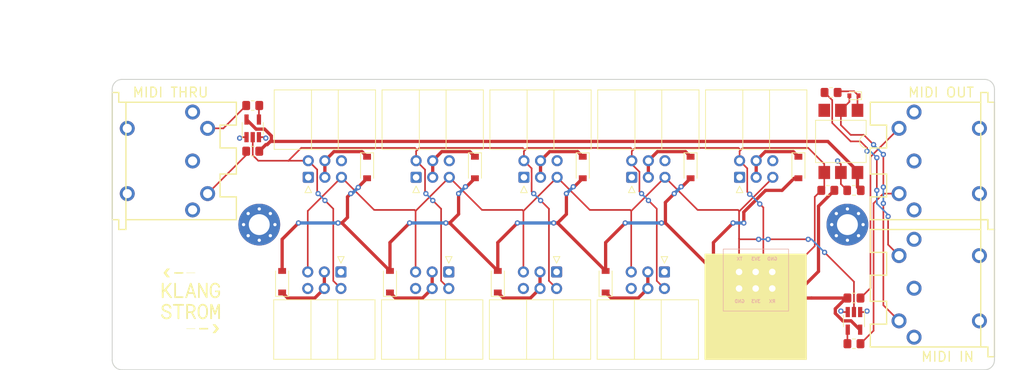
<source format=kicad_pcb>
(kicad_pcb (version 20211014) (generator pcbnew)
  (title_block (comment 4 "AISLER Project ID: MHBDHGUO"))
  (layers (0 "F.Cu" signal) (31 "B.Cu" signal) (34 "B.Paste" user) (35 "F.Paste" user) (36 "B.SilkS" user "B.Silkscreen") (37 "F.SilkS" user "F.Silkscreen") (38 "B.Mask" user) (39 "F.Mask" user) (44 "Edge.Cuts" user))
  (net 0 "")
  (net 1 "+3V3")
  (net 2 "GND")
  (net 3 "Net-(D1-Pad1)")
  (net 4 "Net-(D1-Pad2)")
  (net 5 "/UART_RX")
  (net 6 "/UART_TX")
  (net 7 "/PWR")
  (net 8 "Net-(D3-Pad1)")
  (net 9 "Net-(D4-Pad1)")
  (net 10 "Net-(D5-Pad1)")
  (net 17 "Net-(D6-Pad1)")
  (net 18 "Net-(D7-Pad1)")
  (net 19 "Net-(D8-Pad1)")
  (net 20 "Net-(D9-Pad1)")
  (net 21 "Net-(D10-Pad1)")
  (net 26 "Net-(D2-Pad1)")
  (net 27 "Net-(J1-Pad4)")
  (net 28 "Net-(J2-Pad4)")
  (net 29 "Net-(J2-Pad5)")
  (net 32 "Net-(J3-Pad4)")
  (net 33 "Net-(J3-Pad5)")
  (net 36 "unconnected-(R4-Pad2)")
  (net 37 "unconnected-(R5-Pad2)")
  (footprint "Diode_SMD:D_SOD-123" (layer "F.Cu") (at 142 109.5 90)
    (fp_text reference "D3")
    (fp_text value "Schottky")
    (pad "1" smd rect (at -1.65 0 90) (size 0.9 1.2) (layers "F.Cu" "F.Paste" "F.Mask") (net 8 "Net-(D3-Pad1)"))
    (pad "2" smd rect (at 1.65 0 90) (size 0.9 1.2) (layers "F.Cu" "F.Paste" "F.Mask") (net 7 "/PWR"))
  )
  (footprint "Connector_IDC:IDC-Header_2x03_P2.54mm_Horizontal" (layer "F.Cu") (at 167.5 108 -90)
    (fp_text reference "J5")
    (fp_text value "UART")
    (pad "1" thru_hole roundrect (at 0 0 270) (size 1.7 1.7) (drill 1) (layers *.Cu *.Mask) (roundrect_rratio 0.1470588235) (net 2 "GND"))
    (pad "2" thru_hole circle (at 2.54 0 270) (size 1.7 1.7) (drill 1) (layers *.Cu *.Mask) (net 5 "/UART_RX"))
    (pad "3" thru_hole circle (at 0 2.54 270) (size 1.7 1.7) (drill 1) (layers *.Cu *.Mask) (net 26 "Net-(D2-Pad1)"))
    (pad "4" thru_hole circle (at 2.54 2.54 270) (size 1.7 1.7) (drill 1) (layers *.Cu *.Mask) (net 26 "Net-(D2-Pad1)"))
    (pad "5" thru_hole circle (at 0 5.08 270) (size 1.7 1.7) (drill 1) (layers *.Cu *.Mask) (net 6 "/UART_TX"))
    (pad "6" thru_hole circle (at 2.54 5.08 270) (size 1.7 1.7) (drill 1) (layers *.Cu *.Mask) (net 2 "GND"))
  )
  (footprint "Diode_SMD:D_SOD-123" (layer "F.Cu") (at 171.5 92 -90)
    (fp_text reference "D7")
    (fp_text value "Schottky")
    (pad "1" smd rect (at -1.65 0 270) (size 0.9 1.2) (layers "F.Cu" "F.Paste" "F.Mask") (net 18 "Net-(D7-Pad1)"))
    (pad "2" smd rect (at 1.65 0 270) (size 0.9 1.2) (layers "F.Cu" "F.Paste" "F.Mask") (net 7 "/PWR"))
  )
  (footprint "Diode_SMD:D_SOD-123" (layer "F.Cu") (at 158.5 109.5 90)
    (fp_text reference "D2")
    (fp_text value "Schottky")
    (pad "1" smd rect (at -1.65 0 90) (size 0.9 1.2) (layers "F.Cu" "F.Paste" "F.Mask") (net 26 "Net-(D2-Pad1)"))
    (pad "2" smd rect (at 1.65 0 90) (size 0.9 1.2) (layers "F.Cu" "F.Paste" "F.Mask") (net 7 "/PWR"))
  )
  (footprint "MountingHole:MountingHole_3.2mm_M3_Pad_Via" (layer "F.Cu") (at 195.5 100.75)
    (fp_text reference "H2")
    (fp_text value "MountingHole_Pad")
    (pad "1" thru_hole circle (at -1.697056 1.697056) (size 0.8 0.8) (drill 0.5) (layers *.Cu *.Mask))
    (pad "1" thru_hole circle (at 0 0) (size 6.4 6.4) (drill 3.2) (layers *.Cu *.Mask))
    (pad "1" thru_hole circle (at 0 -2.4) (size 0.8 0.8) (drill 0.5) (layers *.Cu *.Mask))
    (pad "1" thru_hole circle (at 0 2.4) (size 0.8 0.8) (drill 0.5) (layers *.Cu *.Mask))
    (pad "1" thru_hole circle (at 1.697056 -1.697056) (size 0.8 0.8) (drill 0.5) (layers *.Cu *.Mask))
    (pad "1" thru_hole circle (at -1.697056 -1.697056) (size 0.8 0.8) (drill 0.5) (layers *.Cu *.Mask))
    (pad "1" thru_hole circle (at -2.4 0) (size 0.8 0.8) (drill 0.5) (layers *.Cu *.Mask))
    (pad "1" thru_hole circle (at 1.697056 1.697056) (size 0.8 0.8) (drill 0.5) (layers *.Cu *.Mask))
    (pad "1" thru_hole circle (at 2.4 0) (size 0.8 0.8) (drill 0.5) (layers *.Cu *.Mask))
  )
  (footprint "Resistor_SMD:R_0805_2012Metric_Pad1.20x1.40mm_HandSolder" (layer "F.Cu") (at 196.5 119 180)
    (fp_text reference "R4")
    (fp_text value "47")
    (pad "1" smd roundrect (at -1 0 180) (size 1.2 1.4) (layers "F.Cu" "F.Paste" "F.Mask") (roundrect_rratio 0.2083333333) (net 29 "Net-(J2-Pad5)"))
    (pad "2" smd roundrect (at 1 0 180) (size 1.2 1.4) (layers "F.Cu" "F.Paste" "F.Mask") (roundrect_rratio 0.2083333333) (net 36 "unconnected-(R4-Pad2)"))
  )
  (footprint "Capacitor_SMD:C_0805_2012Metric_Pad1.18x1.45mm_HandSolder" (layer "F.Cu") (at 196.5 95.5 180)
    (fp_text reference "C1")
    (fp_text value "100uF")
    (pad "1" smd roundrect (at -1.0375 0 180) (size 1.175 1.45) (layers "F.Cu" "F.Paste" "F.Mask") (roundrect_rratio 0.2127659574) (net 1 "+3V3"))
    (pad "2" smd roundrect (at 1.0375 0 180) (size 1.175 1.45) (layers "F.Cu" "F.Paste" "F.Mask") (roundrect_rratio 0.2127659574) (net 2 "GND"))
  )
  (footprint "Connector_IDC:IDC-Header_2x03_P2.54mm_Horizontal" (layer "F.Cu") (at 146 93.5 90)
    (fp_text reference "J11")
    (fp_text value "UART")
    (pad "1" thru_hole roundrect (at 0 0 90) (size 1.7 1.7) (drill 1) (layers *.Cu *.Mask) (roundrect_rratio 0.1470588235) (net 2 "GND"))
    (pad "2" thru_hole circle (at 2.54 0 90) (size 1.7 1.7) (drill 1) (layers *.Cu *.Mask) (net 5 "/UART_RX"))
    (pad "3" thru_hole circle (at 0 2.54 90) (size 1.7 1.7) (drill 1) (layers *.Cu *.Mask) (net 19 "Net-(D8-Pad1)"))
    (pad "4" thru_hole circle (at 2.54 2.54 90) (size 1.7 1.7) (drill 1) (layers *.Cu *.Mask) (net 19 "Net-(D8-Pad1)"))
    (pad "5" thru_hole circle (at 0 5.08 90) (size 1.7 1.7) (drill 1) (layers *.Cu *.Mask) (net 6 "/UART_TX"))
    (pad "6" thru_hole circle (at 2.54 5.08 90) (size 1.7 1.7) (drill 1) (layers *.Cu *.Mask) (net 2 "GND"))
  )
  (footprint "Resistor_SMD:R_0805_2012Metric_Pad1.20x1.40mm_HandSolder" (layer "F.Cu") (at 104.5 82.5)
    (fp_text reference "R5")
    (fp_text value "47")
    (pad "1" smd roundrect (at -1 0) (size 1.2 1.4) (layers "F.Cu" "F.Paste" "F.Mask") (roundrect_rratio 0.2083333333) (net 33 "Net-(J3-Pad5)"))
    (pad "2" smd roundrect (at 1 0) (size 1.2 1.4) (layers "F.Cu" "F.Paste" "F.Mask") (roundrect_rratio 0.2083333333) (net 37 "unconnected-(R5-Pad2)"))
  )
  (footprint "Resistor_SMD:R_0805_2012Metric_Pad1.20x1.40mm_HandSolder" (layer "F.Cu") (at 196.5 112)
    (fp_text reference "R1")
    (fp_text value "47")
    (pad "1" smd roundrect (at -1 0) (size 1.2 1.4) (layers "F.Cu" "F.Paste" "F.Mask") (roundrect_rratio 0.2083333333) (net 1 "+3V3"))
    (pad "2" smd roundrect (at 1 0) (size 1.2 1.4) (layers "F.Cu" "F.Paste" "F.Mask") (roundrect_rratio 0.2083333333) (net 28 "Net-(J2-Pad4)"))
  )
  (footprint "Diode_SMD:D_SOD-123" (layer "F.Cu") (at 138.5 92 -90)
    (fp_text reference "D9")
    (fp_text value "Schottky")
    (pad "1" smd rect (at -1.65 0 270) (size 0.9 1.2) (layers "F.Cu" "F.Paste" "F.Mask") (net 20 "Net-(D9-Pad1)"))
    (pad "2" smd rect (at 1.65 0 270) (size 0.9 1.2) (layers "F.Cu" "F.Paste" "F.Mask") (net 7 "/PWR"))
  )
  (footprint "DIN-5:DIN5-RA-PTH" (layer "F.Cu") (at 218 91 90)
    (fp_text reference "J2")
    (fp_text value "MIDI OUT" (at 10.5 -3) (layer "F.SilkS") (effects (font (size 1.5 1.5) (thickness 0.2)) (justify right)))
    (pad "1" thru_hole circle (at 7.5 -12.3 90) (size 2.286 2.286) (drill 1.39954) (layers *.Cu *.Mask))
    (pad "2" thru_hole circle (at 0 -12.3 90) (size 2.286 2.286) (drill 1.39954) (layers *.Cu *.Mask) (net 2 "GND"))
    (pad "3" thru_hole circle (at -7.5 -12.3 90) (size 2.286 2.286) (drill 1.39954) (layers *.Cu *.Mask))
    (pad "4" thru_hole circle (at 5 -14.6 90) (size 2.286 2.286) (drill 1.39954) (layers *.Cu *.Mask) (net 28 "Net-(J2-Pad4)"))
    (pad "5" thru_hole circle (at -5 -14.6 90) (size 2.286 2.286) (drill 1.39954) (layers *.Cu *.Mask) (net 29 "Net-(J2-Pad5)"))
    (pad "6" thru_hole circle (at -5 -2.3 90) (size 2.286 2.286) (drill 1.39954) (layers *.Cu *.Mask))
    (pad "7" thru_hole circle (at 5 -2.3 90) (size 2.286 2.286) (drill 1.39954) (layers *.Cu *.Mask))
  )
  (footprint "Resistor_SMD:R_0805_2012Metric_Pad1.20x1.40mm_HandSolder" (layer "F.Cu") (at 192.5 95.5 180)
    (fp_text reference "R6")
    (fp_text value "470")
    (pad "1" smd roundrect (at -1 0 180) (size 1.2 1.4) (layers "F.Cu" "F.Paste" "F.Mask") (roundrect_rratio 0.2083333333) (net 1 "+3V3"))
    (pad "2" smd roundrect (at 1 0 180) (size 1.2 1.4) (layers "F.Cu" "F.Paste" "F.Mask") (roundrect_rratio 0.2083333333) (net 5 "/UART_RX"))
  )
  (footprint "Diode_SMD:D_SOD-523" (layer "F.Cu") (at 196.5 81 180)
    (fp_text reference "D1")
    (fp_text value "1N914WT")
    (pad "1" smd rect (at -0.7 0) (size 0.6 0.7) (layers "F.Cu" "F.Paste" "F.Mask") (net 3 "Net-(D1-Pad1)"))
    (pad "2" smd rect (at 0.7 0) (size 0.6 0.7) (layers "F.Cu" "F.Paste" "F.Mask") (net 4 "Net-(D1-Pad2)"))
  )
  (footprint "Diode_SMD:D_SOD-123" (layer "F.Cu") (at 188 92 -90)
    (fp_text reference "D6")
    (fp_text value "Schottky")
    (pad "1" smd rect (at -1.65 0 270) (size 0.9 1.2) (layers "F.Cu" "F.Paste" "F.Mask") (net 17 "Net-(D6-Pad1)"))
    (pad "2" smd rect (at 1.65 0 270) (size 0.9 1.2) (layers "F.Cu" "F.Paste" "F.Mask") (net 7 "/PWR"))
  )
  (footprint "Connector_IDC:IDC-Header_2x03_P2.54mm_Horizontal" (layer "F.Cu") (at 151 108 -90)
    (fp_text reference "J6")
    (fp_text value "UART")
    (pad "1" thru_hole roundrect (at 0 0 270) (size 1.7 1.7) (drill 1) (layers *.Cu *.Mask) (roundrect_rratio 0.1470588235) (net 2 "GND"))
    (pad "2" thru_hole circle (at 2.54 0 270) (size 1.7 1.7) (drill 1) (layers *.Cu *.Mask) (net 5 "/UART_RX"))
    (pad "3" thru_hole circle (at 0 2.54 270) (size 1.7 1.7) (drill 1) (layers *.Cu *.Mask) (net 8 "Net-(D3-Pad1)"))
    (pad "4" thru_hole circle (at 2.54 2.54 270) (size 1.7 1.7) (drill 1) (layers *.Cu *.Mask) (net 8 "Net-(D3-Pad1)"))
    (pad "5" thru_hole circle (at 0 5.08 270) (size 1.7 1.7) (drill 1) (layers *.Cu *.Mask) (net 6 "/UART_TX"))
    (pad "6" thru_hole circle (at 2.54 5.08 270) (size 1.7 1.7) (drill 1) (layers *.Cu *.Mask) (net 2 "GND"))
  )
  (footprint "Package_DIP:SMDIP-6_W9.53mm" (layer "F.Cu") (at 194.5 88 -90)
    (fp_text reference "U1")
    (fp_text value "H11L1SR2M")
    (pad "1" smd rect (at -4.765 -2.54 270) (size 2 1.78) (layers "F.Cu" "F.Paste" "F.Mask") (net 3 "Net-(D1-Pad1)"))
    (pad "2" smd rect (at -4.765 0 270) (size 2 1.78) (layers "F.Cu" "F.Paste" "F.Mask") (net 4 "Net-(D1-Pad2)"))
    (pad "3" smd rect (at -4.765 2.54 270) (size 2 1.78) (layers "F.Cu" "F.Paste" "F.Mask"))
    (pad "4" smd rect (at 4.765 2.54 270) (size 2 1.78) (layers "F.Cu" "F.Paste" "F.Mask") (net 5 "/UART_RX"))
    (pad "5" smd rect (at 4.765 0 270) (size 2 1.78) (layers "F.Cu" "F.Paste" "F.Mask") (net 2 "GND"))
    (pad "6" smd rect (at 4.765 -2.54 270) (size 2 1.78) (layers "F.Cu" "F.Paste" "F.Mask") (net 1 "+3V3"))
  )
  (footprint "Diode_SMD:D_SOD-123" (layer "F.Cu") (at 109 109.5 90)
    (fp_text reference "D5")
    (fp_text value "Schottky")
    (pad "1" smd rect (at -1.65 0 90) (size 0.9 1.2) (layers "F.Cu" "F.Paste" "F.Mask") (net 10 "Net-(D5-Pad1)"))
    (pad "2" smd rect (at 1.65 0 90) (size 0.9 1.2) (layers "F.Cu" "F.Paste" "F.Mask") (net 7 "/PWR"))
  )
  (footprint "Connector_IDC:IDC-Header_2x03_P2.54mm_Horizontal" (layer "F.Cu") (at 118 108 -90)
    (fp_text reference "J8")
    (fp_text value "UART")
    (pad "1" thru_hole roundrect (at 0 0 270) (size 1.7 1.7) (drill 1) (layers *.Cu *.Mask) (roundrect_rratio 0.1470588235) (net 2 "GND"))
    (pad "2" thru_hole circle (at 2.54 0 270) (size 1.7 1.7) (drill 1) (layers *.Cu *.Mask) (net 5 "/UART_RX"))
    (pad "3" thru_hole circle (at 0 2.54 270) (size 1.7 1.7) (drill 1) (layers *.Cu *.Mask) (net 10 "Net-(D5-Pad1)"))
    (pad "4" thru_hole circle (at 2.54 2.54 270) (size 1.7 1.7) (drill 1) (layers *.Cu *.Mask) (net 10 "Net-(D5-Pad1)"))
    (pad "5" thru_hole circle (at 0 5.08 270) (size 1.7 1.7) (drill 1) (layers *.Cu *.Mask) (net 6 "/UART_TX"))
    (pad "6" thru_hole circle (at 2.54 5.08 270) (size 1.7 1.7) (drill 1) (layers *.Cu *.Mask) (net 2 "GND"))
  )
  (footprint "Resistor_SMD:R_0805_2012Metric_Pad1.20x1.40mm_HandSolder" (layer "F.Cu") (at 104.5 89.5 180)
    (fp_text reference "R2")
    (fp_text value "47")
    (pad "1" smd roundrect (at -1 0 180) (size 1.2 1.4) (layers "F.Cu" "F.Paste" "F.Mask") (roundrect_rratio 0.2083333333) (net 1 "+3V3"))
    (pad "2" smd roundrect (at 1 0 180) (size 1.2 1.4) (layers "F.Cu" "F.Paste" "F.Mask") (roundrect_rratio 0.2083333333) (net 32 "Net-(J3-Pad4)"))
  )
  (footprint "Diode_SMD:D_SOD-123" (layer "F.Cu") (at 125.5 109.5 90)
    (fp_text reference "D4")
    (fp_text value "Schottky")
    (pad "1" smd rect (at -1.65 0 90) (size 0.9 1.2) (layers "F.Cu" "F.Paste" "F.Mask") (net 9 "Net-(D4-Pad1)"))
    (pad "2" smd rect (at 1.65 0 90) (size 0.9 1.2) (layers "F.Cu" "F.Paste" "F.Mask") (net 7 "/PWR"))
  )
  (footprint "Connector_IDC:IDC-Header_2x03_P2.54mm_Horizontal" (layer "F.Cu") (at 113 93.5 90)
    (fp_text reference "J13")
    (fp_text value "UART")
    (pad "1" thru_hole roundrect (at 0 0 90) (size 1.7 1.7) (drill 1) (layers *.Cu *.Mask) (roundrect_rratio 0.1470588235) (net 2 "GND"))
    (pad "2" thru_hole circle (at 2.54 0 90) (size 1.7 1.7) (drill 1) (layers *.Cu *.Mask) (net 5 "/UART_RX"))
    (pad "3" thru_hole circle (at 0 2.54 90) (size 1.7 1.7) (drill 1) (layers *.Cu *.Mask) (net 21 "Net-(D10-Pad1)"))
    (pad "4" thru_hole circle (at 2.54 2.54 90) (size 1.7 1.7) (drill 1) (layers *.Cu *.Mask) (net 21 "Net-(D10-Pad1)"))
    (pad "5" thru_hole circle (at 0 5.08 90) (size 1.7 1.7) (drill 1) (layers *.Cu *.Mask) (net 6 "/UART_TX"))
    (pad "6" thru_hole circle (at 2.54 5.08 90) (size 1.7 1.7) (drill 1) (layers *.Cu *.Mask) (net 2 "GND"))
  )
  (footprint "MountingHole:MountingHole_3.2mm_M3_Pad_Via" (layer "F.Cu") (at 105.5 100.75)
    (fp_text reference "H1")
    (fp_text value "MountingHole_Pad")
    (pad "1" thru_hole circle (at -1.697056 1.697056) (size 0.8 0.8) (drill 0.5) (layers *.Cu *.Mask))
    (pad "1" thru_hole circle (at 0 0) (size 6.4 6.4) (drill 3.2) (layers *.Cu *.Mask))
    (pad "1" thru_hole circle (at 1.697056 1.697056) (size 0.8 0.8) (drill 0.5) (layers *.Cu *.Mask))
    (pad "1" thru_hole circle (at 0 -2.4) (size 0.8 0.8) (drill 0.5) (layers *.Cu *.Mask))
    (pad "1" thru_hole circle (at 1.697056 -1.697056) (size 0.8 0.8) (drill 0.5) (layers *.Cu *.Mask))
    (pad "1" thru_hole circle (at -2.4 0) (size 0.8 0.8) (drill 0.5) (layers *.Cu *.Mask))
    (pad "1" thru_hole circle (at 2.4 0) (size 0.8 0.8) (drill 0.5) (layers *.Cu *.Mask))
    (pad "1" thru_hole circle (at -1.697056 -1.697056) (size 0.8 0.8) (drill 0.5) (layers *.Cu *.Mask))
    (pad "1" thru_hole circle (at 0 2.4) (size 0.8 0.8) (drill 0.5) (layers *.Cu *.Mask))
  )
  (footprint "Connector_IDC:IDC-Header_2x03_P2.54mm_Horizontal" (layer "F.Cu") (at 179 93.5 90)
    (fp_text reference "J9")
    (fp_text value "UART")
    (pad "1" thru_hole roundrect (at 0 0 90) (size 1.7 1.7) (drill 1) (layers *.Cu *.Mask) (roundrect_rratio 0.1470588235) (net 2 "GND"))
    (pad "2" thru_hole circle (at 2.54 0 90) (size 1.7 1.7) (drill 1) (layers *.Cu *.Mask) (net 5 "/UART_RX"))
    (pad "3" thru_hole circle (at 0 2.54 90) (size 1.7 1.7) (drill 1) (layers *.Cu *.Mask) (net 17 "Net-(D6-Pad1)"))
    (pad "4" thru_hole circle (at 2.54 2.54 90) (size 1.7 1.7) (drill 1) (layers *.Cu *.Mask) (net 17 "Net-(D6-Pad1)"))
    (pad "5" thru_hole circle (at 0 5.08 90) (size 1.7 1.7) (drill 1) (layers *.Cu *.Mask) (net 6 "/UART_TX"))
    (pad "6" thru_hole circle (at 2.54 5.08 90) (size 1.7 1.7) (drill 1) (layers *.Cu *.Mask) (net 2 "GND"))
  )
  (footprint "DIN-5:DIN5-RA-PTH" (layer "F.Cu") (at 218 110.5 90)
    (fp_text reference "J1")
    (fp_text value "MIDI IN" (at -10.5 -3) (layer "F.SilkS") (effects (font (size 1.5 1.5) (thickness 0.2)) (justify right)))
    (pad "1" thru_hole circle (at 7.5 -12.3 90) (size 2.286 2.286) (drill 1.39954) (layers *.Cu *.Mask))
    (pad "2" thru_hole circle (at 0 -12.3 90) (size 2.286 2.286) (drill 1.39954) (layers *.Cu *.Mask))
    (pad "3" thru_hole circle (at -7.5 -12.3 90) (size 2.286 2.286) (drill 1.39954) (layers *.Cu *.Mask))
    (pad "4" thru_hole circle (at 5 -14.6 90) (size 2.286 2.286) (drill 1.39954) (layers *.Cu *.Mask) (net 27 "Net-(J1-Pad4)"))
    (pad "5" thru_hole circle (at -5 -14.6 90) (size 2.286 2.286) (drill 1.39954) (layers *.Cu *.Mask) (net 4 "Net-(D1-Pad2)"))
    (pad "6" thru_hole circle (at -5 -2.3 90) (size 2.286 2.286) (drill 1.39954) (layers *.Cu *.Mask))
    (pad "7" thru_hole circle (at 5 -2.3 90) (size 2.286 2.286) (drill 1.39954) (layers *.Cu *.Mask))
  )
  (footprint "DIN-5:KLST--icon" (layer "F.Cu") (at 95 112.5)
    (fp_text reference "X1" hide)
    (fp_text value "KLST_ICON" hide)
  )
  (footprint "Resistor_SMD:R_0805_2012Metric_Pad1.20x1.40mm_HandSolder" (layer "F.Cu") (at 193 80.5)
    (fp_text reference "R3")
    (fp_text value "220")
    (pad "1" smd roundrect (at -1 0) (size 1.2 1.4) (layers "F.Cu" "F.Paste" "F.Mask") (roundrect_rratio 0.2083333333) (net 27 "Net-(J1-Pad4)"))
    (pad "2" smd roundrect (at 1 0) (size 1.2 1.4) (layers "F.Cu" "F.Paste" "F.Mask") (roundrect_rratio 0.2083333333) (net 3 "Net-(D1-Pad1)"))
  )
  (footprint "DIN-5:DIN5-RA-PTH" (layer "F.Cu") (at 83 91 -90)
    (fp_text reference "J3")
    (fp_text value "MIDI THRU" (at -10.5 -3) (layer "F.SilkS") (effects (font (size 1.5 1.5) (thickness 0.2)) (justify left)))
    (pad "1" thru_hole circle (at 7.5 -12.3 270) (size 2.286 2.286) (drill 1.39954) (layers *.Cu *.Mask))
    (pad "2" thru_hole circle (at 0 -12.3 270) (size 2.286 2.286) (drill 1.39954) (layers *.Cu *.Mask) (net 2 "GND"))
    (pad "3" thru_hole circle (at -7.5 -12.3 270) (size 2.286 2.286) (drill 1.39954) (layers *.Cu *.Mask))
    (pad "4" thru_hole circle (at 5 -14.6 270) (size 2.286 2.286) (drill 1.39954) (layers *.Cu *.Mask) (net 32 "Net-(J3-Pad4)"))
    (pad "5" thru_hole circle (at -5 -14.6 270) (size 2.286 2.286) (drill 1.39954) (layers *.Cu *.Mask) (net 33 "Net-(J3-Pad5)"))
    (pad "6" thru_hole circle (at -5 -2.3 270) (size 2.286 2.286) (drill 1.39954) (layers *.Cu *.Mask))
    (pad "7" thru_hole circle (at 5 -2.3 270) (size 2.286 2.286) (drill 1.39954) (layers *.Cu *.Mask))
  )
  (footprint "Package_TO_SOT_SMD:SOT-23-5_HandSoldering" (layer "F.Cu") (at 196.5 115.5 -90)
    (fp_text reference "U2")
    (fp_text value "74AHC1G125")
    (pad "1" smd rect (at -1.35 -0.95 270) (size 1.56 0.65) (layers "F.Cu" "F.Paste" "F.Mask") (net 2 "GND"))
    (pad "2" smd rect (at -1.35 0 270) (size 1.56 0.65) (layers "F.Cu" "F.Paste" "F.Mask") (net 6 "/UART_TX"))
    (pad "3" smd rect (at -1.35 0.95 270) (size 1.56 0.65) (layers "F.Cu" "F.Paste" "F.Mask") (net 2 "GND"))
    (pad "4" smd rect (at 1.35 0.95 270) (size 1.56 0.65) (layers "F.Cu" "F.Paste" "F.Mask") (net 36 "unconnected-(R4-Pad2)"))
    (pad "5" smd rect (at 1.35 -0.95 270) (size 1.56 0.65) (layers "F.Cu" "F.Paste" "F.Mask") (net 1 "+3V3"))
  )
  (footprint "Connector_IDC:IDC-Header_2x03_P2.54mm_Horizontal" (layer "F.Cu") (at 184 108 -90)
    (fp_text reference "J4")
    (fp_text value "UART")
    (pad "1" thru_hole roundrect (at 0 0 270) (size 1.7 1.7) (drill 1) (layers *.Cu *.Mask) (roundrect_rratio 0.1470588235) (net 2 "GND"))
    (pad "2" thru_hole circle (at 2.54 0 270) (size 1.7 1.7) (drill 1) (layers *.Cu *.Mask) (net 5 "/UART_RX"))
    (pad "3" thru_hole circle (at 0 2.54 270) (size 1.7 1.7) (drill 1) (layers *.Cu *.Mask) (net 1 "+3V3"))
    (pad "4" thru_hole circle (at 2.54 2.54 270) (size 1.7 1.7) (drill 1) (layers *.Cu *.Mask) (net 1 "+3V3"))
    (pad "5" thru_hole circle (at 0 5.08 270) (size 1.7 1.7) (drill 1) (layers *.Cu *.Mask) (net 6 "/UART_TX"))
    (pad "6" thru_hole circle (at 2.54 5.08 270) (size 1.7 1.7) (drill 1) (layers *.Cu *.Mask) (net 2 "GND"))
  )
  (footprint "Connector_IDC:IDC-Header_2x03_P2.54mm_Horizontal" (layer "F.Cu") (at 129.5 93.5 90)
    (fp_text reference "J12")
    (fp_text value "UART")
    (pad "1" thru_hole roundrect (at 0 0 90) (size 1.7 1.7) (drill 1) (layers *.Cu *.Mask) (roundrect_rratio 0.1470588235) (net 2 "GND"))
    (pad "2" thru_hole circle (at 2.54 0 90) (size 1.7 1.7) (drill 1) (layers *.Cu *.Mask) (net 5 "/UART_RX"))
    (pad "3" thru_hole circle (at 0 2.54 90) (size 1.7 1.7) (drill 1) (layers *.Cu *.Mask) (net 20 "Net-(D9-Pad1)"))
    (pad "4" thru_hole circle (at 2.54 2.54 90) (size 1.7 1.7) (drill 1) (layers *.Cu *.Mask) (net 20 "Net-(D9-Pad1)"))
    (pad "5" thru_hole circle (at 0 5.08 90) (size 1.7 1.7) (drill 1) (layers *.Cu *.Mask) (net 6 "/UART_TX"))
    (pad "6" thru_hole circle (at 2.54 5.08 90) (size 1.7 1.7) (drill 1) (layers *.Cu *.Mask) (net 2 "GND"))
  )
  (footprint "Jumper:SolderJumper-2_P1.3mm_Bridged_RoundedPad1.0x1.5mm" (layer "F.Cu") (at 175 109.5 90)
    (fp_text reference "JP1")
    (fp_text value "PWR")
    (fp_poly (pts (xy 0.25 -0.3) (xy -0.25 -0.3) (xy -0.25 0.3) (xy 0.25 0.3)) (layer "F.Cu") (width 0) (fill solid))
    (pad "1" smd custom (at -0.65 0 90) (size 1 0.5) (layers "F.Cu" "F.Mask") (net 1 "+3V3") (options (clearance outline) (anchor rect)) (primitives (gr_circle (center 0 0.25) (end 0.5 0.25) (width 0) (fill yes)) (gr_circle (center 0 -0.25) (end 0.5 -0.25) (width 0) (fill yes)) (gr_poly (pts (xy 0.5 0.75) (xy 0 0.75) (xy 0 -0.75) (xy 0.5 -0.75)) (width 0) (fill yes))))
    (pad "2" smd custom (at 0.65 0 90) (size 1 0.5) (layers "F.Cu" "F.Mask") (net 7 "/PWR") (options (clearance outline) (anchor rect)) (primitives (gr_circle (center 0 0.25) (end 0.5 0.25) (width 0) (fill yes)) (gr_circle (center 0 -0.25) (end 0.5 -0.25) (width 0) (fill yes)) (gr_poly (pts (xy 0 0.75) (xy -0.5 0.75) (xy -0.5 -0.75) (xy 0 -0.75)) (width 0) (fill yes))))
  )
  (footprint "Diode_SMD:D_SOD-123" (layer "F.Cu") (at 122 92 -90)
    (fp_text reference "D10")
    (fp_text value "Schottky")
    (pad "1" smd rect (at -1.65 0 270) (size 0.9 1.2) (layers "F.Cu" "F.Paste" "F.Mask") (net 21 "Net-(D10-Pad1)"))
    (pad "2" smd rect (at 1.65 0 270) (size 0.9 1.2) (layers "F.Cu" "F.Paste" "F.Mask") (net 7 "/PWR"))
  )
  (footprint "Package_TO_SOT_SMD:SOT-23-5_HandSoldering" (layer "F.Cu") (at 104.5 86 90)
    (fp_text reference "U3")
    (fp_text value "74AHC1G125")
    (pad "1" smd rect (at -1.35 -0.95 90) (size 1.56 0.65) (layers "F.Cu" "F.Paste" "F.Mask") (net 2 "GND"))
    (pad "2" smd rect (at -1.35 0 90) (size 1.56 0.65) (layers "F.Cu" "F.Paste" "F.Mask") (net 5 "/UART_RX"))
    (pad "3" smd rect (at -1.35 0.95 90) (size 1.56 0.65) (layers "F.Cu" "F.Paste" "F.Mask") (net 2 "GND"))
    (pad "4" smd rect (at 1.35 0.95 90) (size 1.56 0.65) (layers "F.Cu" "F.Paste" "F.Mask") (net 37 "unconnected-(R5-Pad2)"))
    (pad "5" smd rect (at 1.35 -0.95 90) (size 1.56 0.65) (layers "F.Cu" "F.Paste" "F.Mask") (net 1 "+3V3"))
  )
  (footprint "Diode_SMD:D_SOD-123" (layer "F.Cu") (at 155 92 -90)
    (fp_text reference "D8")
    (fp_text value "Schottky")
    (pad "1" smd rect (at -1.65 0 270) (size 0.9 1.2) (layers "F.Cu" "F.Paste" "F.Mask") (net 19 "Net-(D8-Pad1)"))
    (pad "2" smd rect (at 1.65 0 270) (size 0.9 1.2) (layers "F.Cu" "F.Paste" "F.Mask") (net 7 "/PWR"))
  )
  (footprint "Connector_IDC:IDC-Header_2x03_P2.54mm_Horizontal" (layer "F.Cu") (at 134.5 108 -90)
    (fp_text reference "J7")
    (fp_text value "UART")
    (pad "1" thru_hole roundrect (at 0 0 270) (size 1.7 1.7) (drill 1) (layers *.Cu *.Mask) (roundrect_rratio 0.1470588235) (net 2 "GND"))
    (pad "2" thru_hole circle (at 2.54 0 270) (size 1.7 1.7) (drill 1) (layers *.Cu *.Mask) (net 5 "/UART_RX"))
    (pad "3" thru_hole circle (at 0 2.54 270) (size 1.7 1.7) (drill 1) (layers *.Cu *.Mask) (net 9 "Net-(D4-Pad1)"))
    (pad "4" thru_hole circle (at 2.54 2.54 270) (size 1.7 1.7) (drill 1) (layers *.Cu *.Mask) (net 9 "Net-(D4-Pad1)"))
    (pad "5" thru_hole circle (at 0 5.08 270) (size 1.7 1.7) (drill 1) (layers *.Cu *.Mask) (net 6 "/UART_TX"))
    (pad "6" thru_hole circle (at 2.54 5.08 270) (size 1.7 1.7) (drill 1) (layers *.Cu *.Mask) (net 2 "GND"))
  )
  (footprint "Connector_IDC:IDC-Header_2x03_P2.54mm_Horizontal" (layer "F.Cu") (at 162.5 93.5 90)
    (fp_text reference "J10")
    (fp_text value "UART")
    (pad "1" thru_hole roundrect (at 0 0 90) (size 1.7 1.7) (drill 1) (layers *.Cu *.Mask) (roundrect_rratio 0.1470588235) (net 2 "GND"))
    (pad "2" thru_hole circle (at 2.54 0 90) (size 1.7 1.7) (drill 1) (layers *.Cu *.Mask) (net 5 "/UART_RX"))
    (pad "3" thru_hole circle (at 0 2.54 90) (size 1.7 1.7) (drill 1) (layers *.Cu *.Mask) (net 18 "Net-(D7-Pad1)"))
    (pad "4" thru_hole circle (at 2.54 2.54 90) (size 1.7 1.7) (drill 1) (layers *.Cu *.Mask) (net 18 "Net-(D7-Pad1)"))
    (pad "5" thru_hole circle (at 0 5.08 90) (size 1.7 1.7) (drill 1) (layers *.Cu *.Mask) (net 6 "/UART_TX"))
    (pad "6" thru_hole circle (at 2.54 5.08 90) (size 1.7 1.7) (drill 1) (layers *.Cu *.Mask) (net 2 "GND"))
  )
  (gr_rect (start 176.5 104.5) (end 186.5 114) (layer "B.SilkS") (width 0.1) (fill none))
  (gr_poly (pts (xy 189.21 121.39) (xy 173.71 121.39) (xy 173.71 105.27) (xy 189.21 105.27)) (layer "F.SilkS") (width 0.15) (fill solid))
  (gr_line (start 84.5 123) (end 216.5 123) (layer "Edge.Cuts") (width 0.15))
  (gr_arc (start 218 121.5) (mid 217.56066 122.56066) (end 216.5 123) (layer "Edge.Cuts") (width 0.15))
  (gr_arc (start 83 80) (mid 83.43934 78.93934) (end 84.5 78.5) (layer "Edge.Cuts") (width 0.15))
  (gr_arc (start 216.5 78.5) (mid 217.56066 78.93934) (end 218 80) (layer "Edge.Cuts") (width 0.15))
  (gr_line (start 218 121.5) (end 218 80) (layer "Edge.Cuts") (width 0.15))
  (gr_arc (start 84.5 123) (mid 83.43934 122.56066) (end 83 121.5) (layer "Edge.Cuts") (width 0.15))
  (gr_line (start 216.5 78.5) (end 84.5 78.5) (layer "Edge.Cuts") (width 0.15))
  (gr_line (start 83 80) (end 83 121.5) (layer "Edge.Cuts") (width 0.15))
  (gr_text "GND" (at 184 106) (layer "B.SilkS") (effects (font (size 0.5 0.5) (thickness 0.1)) (justify mirror)))
  (gr_text "3V3" (at 181.5 112.5) (layer "B.SilkS") (effects (font (size 0.5 0.5) (thickness 0.1)) (justify mirror)))
  (gr_text "3V3" (at 181.5 106) (layer "B.SilkS") (effects (font (size 0.5 0.5) (thickness 0.1)) (justify mirror)))
  (gr_text "GND" (at 179 112.5) (layer "B.SilkS") (effects (font (size 0.5 0.5) (thickness 0.1)) (justify mirror)))
  (gr_text "TX" (at 179 106) (layer "B.SilkS") (effects (font (size 0.5 0.5) (thickness 0.1)) (justify mirror)))
  (gr_text "RX" (at 184 112.5) (layer "B.SilkS") (effects (font (size 0.5 0.5) (thickness 0.1)) (justify mirror)))
  (segment (start 197.5375 95.5) (end 197.04 95.0025) (width 0.5) (layer "F.Cu") (net 1))
  (segment (start 107.349511 87.85188) (end 107.349511 87.14812) (width 0.5) (layer "F.Cu") (net 1))
  (segment (start 180 112) (end 181.46 110.54) (width 0.5) (layer "F.Cu") (net 1))
  (segment (start 191.07452 97.92548) (end 191.07452 107.92548) (width 0.5) (layer "F.Cu") (net 1))
  (segment (start 106.701391 88.5) (end 107.349511 87.85188) (width 0.5) (layer "F.Cu") (net 1))
  (segment (start 105.020489 86.120489) (end 103.55 84.65) (width 0.5) (layer "F.Cu") (net 1))
  (segment (start 182.92 112) (end 181.46 110.54) (width 0.5) (layer "F.Cu") (net 1))
  (segment (start 176.85 112) (end 180 112) (width 0.5) (layer "F.Cu") (net 1))
  (segment (start 197.04 95.0025) (end 197.04 92.765) (width 0.5) (layer "F.Cu") (net 1))
  (segment (start 197.04 92.765) (end 197.04 92.54) (width 0.5) (layer "F.Cu") (net 1))
  (segment (start 192.5 88) (end 107.201391 88) (width 0.5) (layer "F.Cu") (net 1))
  (segment (start 107.201391 88) (end 106.701391 88.5) (width 0.5) (layer "F.Cu") (net 1))
  (segment (start 197.04 92.54) (end 192.5 88) (width 0.5) (layer "F.Cu") (net 1))
  (segment (start 187 112) (end 182.92 112) (width 0.5) (layer "F.Cu") (net 1))
  (segment (start 195.298609 112) (end 193.650489 113.64812) (width 0.5) (layer "F.Cu") (net 1))
  (segment (start 197.4 116.85) (end 197.45 116.85) (width 0.5) (layer "F.Cu") (net 1))
  (segment (start 193.5 95.5) (end 191.07452 97.92548) (width 0.5) (layer "F.Cu") (net 1))
  (segment (start 107.349511 87.14812) (end 106.32188 86.120489) (width 0.5) (layer "F.Cu") (net 1))
  (segment (start 196.05 115.5) (end 197.4 116.85) (width 0.5) (layer "F.Cu") (net 1))
  (segment (start 195.5 112) (end 190 112) (width 0.5) (layer "F.Cu") (net 1))
  (segment (start 181.46 110.54) (end 181.46 108) (width 0.5) (layer "F.Cu") (net 1))
  (segment (start 193.650489 113.64812) (end 193.650489 114.35188) (width 0.5) (layer "F.Cu") (net 1))
  (segment (start 190 112) (end 187 112) (width 0.5) (layer "F.Cu") (net 1))
  (segment (start 194.798609 115.5) (end 196.05 115.5) (width 0.5) (layer "F.Cu") (net 1))
  (segment (start 106.701391 88.5) (end 106.5 88.5) (width 0.5) (layer "F.Cu") (net 1))
  (segment (start 191.07452 107.92548) (end 187 112) (width 0.5) (layer "F.Cu") (net 1))
  (segment (start 106.32188 86.120489) (end 105.020489 86.120489) (width 0.5) (layer "F.Cu") (net 1))
  (segment (start 193.650489 114.35188) (end 194.798609 115.5) (width 0.5) (layer "F.Cu") (net 1))
  (segment (start 106.5 88.5) (end 105.5 89.5) (width 0.5) (layer "F.Cu") (net 1))
  (segment (start 195.5 112) (end 195.298609 112) (width 0.5) (layer "F.Cu") (net 1))
  (segment (start 175 110.15) (end 176.85 112) (width 0.5) (layer "F.Cu") (net 1))
  (segment (start 194.5 91.5) (end 194 91) (width 0.25) (layer "F.Cu") (net 2))
  (segment (start 194.5 92.765) (end 194.5 91.5) (width 0.25) (layer "F.Cu") (net 2))
  (segment (start 198.35 114.15) (end 198.5 114) (width 0.25) (layer "F.Cu") (net 2))
  (segment (start 194.5 92.765) (end 194.5 94.5375) (width 0.25) (layer "F.Cu") (net 2))
  (segment (start 106.35 87.35) (end 106.5 87.5) (width 0.25) (layer "F.Cu") (net 2))
  (segment (start 194.5 94.5375) (end 195.4625 95.5) (width 0.25) (layer "F.Cu") (net 2))
  (segment (start 194.65 114.15) (end 194.5 114) (width 0.25) (layer "F.Cu") (net 2))
  (segment (start 197.45 114.15) (end 198.35 114.15) (width 0.25) (layer "F.Cu") (net 2))
  (segment (start 102.65 87.35) (end 102.5 87.5) (width 0.25) (layer "F.Cu") (net 2))
  (segment (start 195.55 114.15) (end 194.65 114.15) (width 0.25) (layer "F.Cu") (net 2))
  (segment (start 105.45 87.35) (end 106.35 87.35) (width 0.25) (layer "F.Cu") (net 2))
  (segment (start 103.55 87.35) (end 102.65 87.35) (width 0.25) (layer "F.Cu") (net 2))
  (via (at 194.5 114) (size 0.8) (drill 0.4) (layers "F.Cu" "B.Cu") (net 2))
  (via (at 102.5 87.5) (size 0.8) (drill 0.4) (layers "F.Cu" "B.Cu") (net 2))
  (via (at 194 91) (size 0.8) (drill 0.4) (layers "F.Cu" "B.Cu") (net 2))
  (via (at 198.5 114) (size 0.8) (drill 0.4) (layers "F.Cu" "B.Cu") (net 2))
  (via (at 106.5 87.5) (size 0.8) (drill 0.4) (layers "F.Cu" "B.Cu") (net 2))
  (segment (start 197.04 81.16) (end 197.2 81) (width 0.25) (layer "F.Cu") (net 3))
  (segment (start 196.525489 80.325489) (end 197.2 81) (width 0.25) (layer "F.Cu") (net 3))
  (segment (start 197.04 83.235) (end 197.04 81.16) (width 0.25) (layer "F.Cu") (net 3))
  (segment (start 194 80.5) (end 194.174511 80.325489) (width 0.25) (layer "F.Cu") (net 3))
  (segment (start 194.174511 80.325489) (end 196.525489 80.325489) (width 0.25) (layer "F.Cu") (net 3))
  (segment (start 201 97.5) (end 201 113.1) (width 0.25) (layer "F.Cu") (net 4))
  (segment (start 194.5 85.5) (end 194.5 83.235) (width 0.25) (layer "F.Cu") (net 4))
  (segment (start 201 113.1) (end 203.4 115.5) (width 0.25) (layer "F.Cu") (net 4))
  (segment (start 195.8 81.935) (end 194.5 83.235) (width 0.25) (layer "F.Cu") (net 4))
  (segment (start 199.5 88.5) (end 198 87) (width 0.25) (layer "F.Cu") (net 4))
  (segment (start 201 95) (end 201 90) (width 0.25) (layer "F.Cu") (net 4))
  (segment (start 198 87) (end 196 87) (width 0.25) (layer "F.Cu") (net 4))
  (segment (start 195.8 81) (end 195.8 81.935) (width 0.25) (layer "F.Cu") (net 4))
  (segment (start 196 87) (end 194.5 85.5) (width 0.25) (layer "F.Cu") (net 4))
  (via (at 201 95) (size 0.8) (drill 0.4) (layers "F.Cu" "B.Cu") (net 4))
  (via (at 201 97.5) (size 0.8) (drill 0.4) (layers "F.Cu" "B.Cu") (net 4))
  (via (at 201 90) (size 0.8) (drill 0.4) (layers "F.Cu" "B.Cu") (net 4))
  (via (at 199.5 88.5) (size 0.8) (drill 0.4) (layers "F.Cu" "B.Cu") (net 4))
  (segment (start 201 90) (end 199.5 88.5) (width 0.25) (layer "B.Cu") (net 4))
  (segment (start 201 97.5) (end 201 95) (width 0.25) (layer "B.Cu") (net 4))
  (segment (start 179 90.96) (end 179 89.5) (width 0.25) (layer "F.Cu") (net 5))
  (segment (start 182.088381 97.588381) (end 182.634511 98.134511) (width 0.25) (layer "F.Cu") (net 5))
  (segment (start 182.634511 109.174511) (end 184 110.54) (width 0.25) (layer "F.Cu") (net 5))
  (segment (start 105.347507 90.96) (end 109.96 90.96) (width 0.25) (layer "F.Cu") (net 5))
  (segment (start 132.052299 97.052299) (end 133.32548 98.32548) (width 0.25) (layer "F.Cu") (net 5))
  (segment (start 130 89) (end 145.828062 89) (width 0.25) (layer "F.Cu") (net 5))
  (segment (start 133.32548 109.36548) (end 134.5 110.54) (width 0.25) (layer "F.Cu") (net 5))
  (segment (start 129.5 90.96) (end 130.865489 92.325489) (width 0.25) (layer "F.Cu") (net 5))
  (segment (start 162.664031 89.335969) (end 163 89) (width 0.25) (layer "F.Cu") (net 5))
  (segment (start 146 89.5) (end 146.164031 89.335969) (width 0.25) (layer "F.Cu") (net 5))
  (segment (start 190.5 104.04) (end 190.5 96.5) (width 0.25) (layer "F.Cu") (net 5))
  (segment (start 178.828062 89) (end 179.164031 89.335969) (width 0.25) (layer "F.Cu") (net 5))
  (segment (start 129.328062 89) (end 129.664031 89.335969) (width 0.25) (layer "F.Cu") (net 5))
  (segment (start 166.32548 98.32548) (end 166.32548 109.36548) (width 0.25) (layer "F.Cu") (net 5))
  (segment (start 191.5 95.5) (end 191.96 95.04) (width 0.25) (layer "F.Cu") (net 5))
  (segment (start 149.82548 98.32548) (end 149.82548 109.36548) (width 0.25) (layer "F.Cu") (net 5))
  (segment (start 130.865489 92.325489) (end 130.865489 95.865489) (width 0.25) (layer "F.Cu") (net 5))
  (segment (start 180.17452 95.722872) (end 180.17452 92.13452) (width 0.25) (layer "F.Cu") (net 5))
  (segment (start 129.5 89.5) (end 129.664031 89.335969) (width 0.25) (layer "F.Cu") (net 5))
  (segment (start 115.552299 97.052299) (end 116.82548 98.32548) (width 0.25) (layer "F.Cu") (net 5))
  (segment (start 147.17452 92.13452) (end 147.17452 95.67452) (width 0.25) (layer "F.Cu") (net 5))
  (segment (start 184 110.54) (end 190.5 104.04) (width 0.25) (layer "F.Cu") (net 5))
  (segment (start 162.328062 89) (end 162.664031 89.335969) (width 0.25) (layer "F.Cu") (net 5))
  (segment (start 109.96 90.96) (end 111.92 89) (width 0.25) (layer "F.Cu") (net 5))
  (segment (start 180.17452 92.13452) (end 179 90.96) (width 0.25) (layer "F.Cu") (net 5))
  (segment (start 182.634511 98.134511) (end 182.634511 109.174511) (width 0.25) (layer "F.Cu") (net 5))
  (segment (start 180.544964 96.093316) (end 180.17452 95.722872) (width 0.25) (layer "F.Cu") (net 5))
  (segment (start 191.96 91.46) (end 191.96 92.765) (width 0.25) (layer "F.Cu") (net 5))
  (segment (start 129.664031 89.335969) (end 130 89) (width 0.25) (layer "F.Cu") (net 5))
  (segment (start 145.828062 89) (end 146.164031 89.335969) (width 0.25) (layer "F.Cu") (net 5))
  (segment (start 149.82548 109.36548) (end 151 110.54) (width 0.25) (layer "F.Cu") (net 5))
  (segment (start 163 89) (end 178.828062 89) (width 0.25) (layer "F.Cu") (net 5))
  (segment (start 113 90.96) (end 114.365489 92.325489) (width 0.25) (layer "F.Cu") (net 5))
  (segment (start 130.865489 95.865489) (end 131 96) (width 0.25) (layer "F.Cu") (net 5))
  (segment (start 114.365489 92.325489) (end 114.365489 95.865489) (width 0.25) (layer "F.Cu") (net 5))
  (segment (start 114.365489 95.865489) (end 114.5 96) (width 0.25) (layer "F.Cu") (net 5))
  (segment (start 179.5 89) (end 189.5 89) (width 0.25) (layer "F.Cu") (net 5))
  (segment (start 116.82548 98.32548) (end 116.82548 109.36548) (width 0.25) (layer "F.Cu") (net 5))
  (segment (start 133.32548 98.32548) (end 133.32548 109.36548) (width 0.25) (layer "F.Cu") (net 5))
  (segment (start 162.5 91.487507) (end 163.67452 92.662027) (width 0.25) (layer "F.Cu") (net 5))
  (segment (start 109.96 90.96) (end 113 90.96) (width 0.25) (layer "F.Cu") (net 5))
  (segment (start 189.5 89) (end 191.96 91.46) (width 0.25) (layer "F.Cu") (net 5))
  (segment (start 129.5 90.96) (end 129.5 89.5) (width 0.25) (layer "F.Cu") (net 5))
  (segment (start 104.5 90.112493) (end 105.347507 90.96) (width 0.25) (layer "F.Cu") (net 5))
  (segment (start 111.92 89) (end 129.328062 89) (width 0.25) (layer "F.Cu") (net 5))
  (segment (start 116.82548 109.36548) (end 118 110.54) (width 0.25) (layer "F.Cu") (net 5))
  (segment (start 147.17452 95.67452) (end 147.5 96) (width 0.25) (layer "F.Cu") (net 5))
  (segment (start 166.32548 109.36548) (end 167.5 110.54) (width 0.25) (layer "F.Cu") (net 5))
  (segment (start 179 89.5) (end 179.164031 89.335969) (width 0.25) (layer "F.Cu") (net 5))
  (segment (start 146 90.96) (end 147.17452 92.13452) (width 0.25) (layer "F.Cu") (net 5))
  (segment (start 190.5 96.5) (end 191.5 95.5) (width 0.25) (layer "F.Cu") (net 5))
  (segment (start 104.5 87.35) (end 104.5 90.112493) (width 0.25) (layer "F.Cu") (net 5))
  (segment (start 162.5 90.96) (end 162.5 89.5) (width 0.25) (layer "F.Cu") (net 5))
  (segment (start 179.164031 89.335969) (end 179.5 89) (width 0.25) (layer "F.Cu") (net 5))
  (segment (start 162.5 89.5) (end 162.664031 89.335969) (width 0.25) (layer "F.Cu") (net 5))
  (segment (start 163.67452 95.67452) (end 164 96) (width 0.25) (layer "F.Cu") (net 5))
  (segment (start 163.67452 92.662027) (end 163.67452 95.67452) (width 0.25) (layer "F.Cu") (net 5))
  (segment (start 146 90.96) (end 146 89.5) (width 0.25) (layer "F.Cu") (net 5))
  (segment (start 146.5 89) (end 162.328062 89) (width 0.25) (layer "F.Cu") (net 5))
  (segment (start 146.164031 89.335969) (end 146.5 89) (width 0.25) (layer "F.Cu") (net 5))
  (segment (start 165.052299 97.052299) (end 166.32548 98.32548) (width 0.25) (layer "F.Cu") (net 5))
  (segment (start 191.96 95.04) (end 191.96 92.765) (width 0.25) (layer "F.Cu") (net 5))
  (segment (start 162.5 90.96) (end 162.5 91.487507) (width 0.25) (layer "F.Cu") (net 5))
  (segment (start 148.552299 97.052299) (end 149.82548 98.32548) (width 0.25) (layer "F.Cu") (net 5))
  (via (at 147.5 96) (size 0.8) (drill 0.4) (layers "F.Cu" "B.Cu") (net 5))
  (via (at 115.552299 97.052299) (size 0.8) (drill 0.4) (layers "F.Cu" "B.Cu") (net 5))
  (via (at 131 96) (size 0.8) (drill 0.4) (layers "F.Cu" "B.Cu") (net 5))
  (via (at 165.052299 97.052299) (size 0.8) (drill 0.4) (layers "F.Cu" "B.Cu") (net 5))
  (via (at 114.5 96) (size 0.8) (drill 0.4) (layers "F.Cu" "B.Cu") (net 5))
  (via (at 180.544964 96.093316) (size 0.8) (drill 0.4) (layers "F.Cu" "B.Cu") (net 5))
  (via (at 148.552299 97.052299) (size 0.8) (drill 0.4) (layers "F.Cu" "B.Cu") (net 5))
  (via (at 132.052299 97.052299) (size 0.8) (drill 0.4) (layers "F.Cu" "B.Cu") (net 5))
  (via (at 182.088381 97.588381) (size 0.8) (drill 0.4) (layers "F.Cu" "B.Cu") (net 5))
  (via (at 164 96) (size 0.8) (drill 0.4) (layers "F.Cu" "B.Cu") (net 5))
  (segment (start 164 96) (end 165.052299 97.052299) (width 0.25) (layer "B.Cu") (net 5))
  (segment (start 114.5 96) (end 115.552299 97.052299) (width 0.25) (layer "B.Cu") (net 5))
  (segment (start 131 96) (end 132.052299 97.052299) (width 0.25) (layer "B.Cu") (net 5))
  (segment (start 147.5 96) (end 148.552299 97.052299) (width 0.25) (layer "B.Cu") (net 5))
  (segment (start 180.593316 96.093316) (end 182.088381 97.588381) (width 0.25) (layer "B.Cu") (net 5))
  (segment (start 180.544964 96.093316) (end 180.593316 96.093316) (width 0.25) (layer "B.Cu") (net 5))
  (segment (start 162.26 98.5) (end 162.42 98.66) (width 0.25) (layer "F.Cu") (net 6))
  (segment (start 192 105) (end 196.5 109.5) (width 0.25) (layer "F.Cu") (net 6))
  (segment (start 118.08 93.5) (end 123.08 98.5) (width 0.25) (layer "F.Cu") (net 6))
  (segment (start 172.58 98.5) (end 178.76 98.5) (width 0.25) (layer "F.Cu") (net 6))
  (segment (start 156.08 98.5) (end 162.26 98.5) (width 0.25) (layer "F.Cu") (net 6))
  (segment (start 134.58 93.5) (end 139.58 98.5) (width 0.25) (layer "F.Cu") (net 6))
  (segment (start 196.5 109.5) (end 196.5 114.15) (width 0.25) (layer "F.Cu") (net 6))
  (segment (start 178.92 108) (end 178.92 102.92) (width 0.25) (layer "F.Cu") (net 6))
  (segment (start 151.08 93.5) (end 156.08 98.5) (width 0.25) (layer "F.Cu") (net 6))
  (segment (start 129.42 98.66) (end 134.58 93.5) (width 0.25) (layer "F.Cu") (net 6))
  (segment (start 179.002878 98.66) (end 184.08 93.582877) (width 0.25) (layer "F.Cu") (net 6))
  (segment (start 112.92 108) (end 112.92 98.66) (width 0.25) (layer "F.Cu") (net 6))
  (segment (start 162.42 108) (end 162.42 98.66) (width 0.25) (layer "F.Cu") (net 6))
  (segment (start 139.58 98.5) (end 145.76 98.5) (width 0.25) (layer "F.Cu") (net 6))
  (segment (start 129.26 98.5) (end 129.42 98.66) (width 0.25) (layer "F.Cu") (net 6))
  (segment (start 167.58 93.5) (end 172.58 98.5) (width 0.25) (layer "F.Cu") (net 6))
  (segment (start 145.92 98.66) (end 151.08 93.5) (width 0.25) (layer "F.Cu") (net 6))
  (segment (start 189.5 103) (end 183.359011 103) (width 0.25) (layer "F.Cu") (net 6))
  (segment (start 178.92 98.66) (end 179.002878 98.66) (width 0.25) (layer "F.Cu") (net 6))
  (segment (start 178.76 98.5) (end 178.92 98.66) (width 0.25) (layer "F.Cu") (net 6))
  (segment (start 181.910011 103) (end 179 103) (width 0.25) (layer "F.Cu") (net 6))
  (segment (start 184.08 93.582877) (end 184.08 93.5) (width 0.25) (layer "F.Cu") (net 6))
  (segment (start 129.42 108) (end 129.42 98.66) (width 0.25) (layer "F.Cu") (net 6))
  (segment (start 179 103) (end 178.92 102.92) (width 0.25) (layer "F.Cu") (net 6))
  (segment (start 112.92 98.66) (end 118.08 93.5) (width 0.25) (layer "F.Cu") (net 6))
  (segment (start 162.42 98.66) (end 167.58 93.5) (width 0.25) (layer "F.Cu") (net 6))
  (segment (start 145.76 98.5) (end 145.92 98.66) (width 0.25) (layer "F.Cu") (net 6))
  (segment (start 145.92 108) (end 145.92 98.66) (width 0.25) (layer "F.Cu") (net 6))
  (segment (start 178.92 102.92) (end 178.92 98.66) (width 0.25) (layer "F.Cu") (net 6))
  (segment (start 123.08 98.5) (end 129.26 98.5) (width 0.25) (layer "F.Cu") (net 6))
  (via (at 183.359011 103) (size 0.8) (drill 0.4) (layers "F.Cu" "B.Cu") (net 6))
  (via (at 192 105) (size 0.8) (drill 0.4) (layers "F.Cu" "B.Cu") (net 6))
  (via (at 189.5 103) (size 0.8) (drill 0.4) (layers "F.Cu" "B.Cu") (net 6))
  (via (at 181.910011 103) (size 0.8) (drill 0.4) (layers "F.Cu" "B.Cu") (net 6))
  (segment (start 183.359011 103) (end 181.910011 103) (width 0.25) (layer "B.Cu") (net 6))
  (segment (start 189.5 103) (end 190 103) (width 0.25) (layer "B.Cu") (net 6))
  (segment (start 190 103) (end 192 105) (width 0.25) (layer "B.Cu") (net 6))
  (segment (start 119 96.5) (end 119 99.65) (width 0.5) (layer "F.Cu") (net 7))
  (segment (start 170.052299 94.947701) (end 170.202299 94.947701) (width 0.5) (layer "F.Cu") (net 7))
  (segment (start 117.54998 100.5) (end 118.15 100.5) (width 0.5) (layer "F.Cu") (net 7))
  (segment (start 125.5 103.5) (end 128.5 100.5) (width 0.5) (layer "F.Cu") (net 7))
  (segment (start 175 108.85) (end 175 107.85) (width 0.5) (layer "F.Cu") (net 7))
  (segment (start 170.202299 94.947701) (end 171.5 93.65) (width 0.5) (layer "F.Cu") (net 7))
  (segment (start 142 103.5) (end 145 100.5) (width 0.5) (layer "F.Cu") (net 7))
  (segment (start 119.5 96) (end 119 96.5) (width 0.5) (layer "F.Cu") (net 7))
  (segment (start 150.54998 100.5) (end 151.15 100.5) (width 0.5) (layer "F.Cu") (net 7))
  (segment (start 109 103) (end 111.5 100.5) (width 0.5) (layer "F.Cu") (net 7))
  (segment (start 136 96) (end 136 99.15) (width 0.5) (layer "F.Cu") (net 7))
  (segment (start 120.65115 95.046551) (end 120.65115 94.99885) (width 0.5) (layer "F.Cu") (net 7))
  (segment (start 167.04998 100.5) (end 167.65 100.5) (width 0.5) (layer "F.Cu") (net 7))
  (segment (start 136 99.15) (end 134.65 100.5) (width 0.5) (layer "F.Cu") (net 7))
  (segment (start 120.65115 94.99885) (end 122 93.65) (width 0.5) (layer "F.Cu") (net 7))
  (segment (start 118.15 100.5) (end 125.5 107.85) (width 0.5) (layer "F.Cu") (net 7))
  (segment (start 137.052299 94.947701) (end 137.202299 94.947701) (width 0.5) (layer "F.Cu") (net 7))
  (segment (start 169 96) (end 167.65 97.35) (width 0.5) (layer "F.Cu") (net 7))
  (segment (start 175 108.85) (end 175 103.5) (width 0.5) (layer "F.Cu") (net 7))
  (segment (start 119 99.65) (end 118.15 100.5) (width 0.5) (layer "F.Cu") (net 7))
  (segment (start 185.5 95.5) (end 187.35 93.65) (width 0.5) (layer "F.Cu") (net 7))
  (segment (start 179.6445 98.830871) (end 182.975371 95.5) (width 0.5) (layer "F.Cu") (net 7))
  (segment (start 109 107.85) (end 109 103) (width 0.5) (layer "F.Cu") (net 7))
  (segment (start 125.5 107.85) (end 125.5 103.5) (width 0.5) (layer "F.Cu") (net 7))
  (segment (start 158.5 103.5) (end 161.5 100.5) (width 0.5) (layer "F.Cu") (net 7))
  (segment (start 153.702299 94.947701) (end 155 93.65) (width 0.5) (layer "F.Cu") (net 7))
  (segment (start 142 107.85) (end 142 103.5) (width 0.5) (layer "F.Cu") (net 7))
  (segment (start 153.552299 94.947701) (end 153.702299 94.947701) (width 0.5) (layer "F.Cu") (net 7))
  (segment (start 134.04998 100.5) (end 134.65 100.5) (width 0.5) (layer "F.Cu") (net 7))
  (segment (start 175 107.85) (end 167.65 100.5) (width 0.5) (layer "F.Cu") (net 7))
  (segment (start 137.202299 94.947701) (end 138.5 93.65) (width 0.5) (layer "F.Cu") (net 7))
  (segment (start 152.5 99.15) (end 151.15 100.5) (width 0.5) (layer "F.Cu") (net 7))
  (segment (start 152.5 96) (end 152.5 99.15) (width 0.5) (layer "F.Cu") (net 7))
  (segment (start 134.65 100.5) (end 142 107.85) (width 0.5) (layer "F.Cu") (net 7))
  (segment (start 182.975371 95.5) (end 185.5 95.5) (width 0.5) (layer "F.Cu") (net 7))
  (segment (start 179.6445 100.5) (end 179.6445 98.830871) (width 0.5) (layer "F.Cu") (net 7))
  (segment (start 175 103.5) (end 178 100.5) (width 0.5) (layer "F.Cu") (net 7))
  (segment (start 167.65 97.35) (end 167.65 100.5) (width 0.5) (layer "F.Cu") (net 7))
  (segment (start 187.35 93.65) (end 188 93.65) (width 0.5) (layer "F.Cu") (net 7))
  (segment (start 151.15 100.5) (end 158.5 107.85) (width 0.5) (layer "F.Cu") (net 7))
  (segment (start 158.5 107.85) (end 158.5 103.5) (width 0.5) (layer "F.Cu") (net 7))
  (via (at 150.54998 100.5) (size 0.8) (drill 0.4) (layers "F.Cu" "B.Cu") (net 7))
  (via (at 152.5 96) (size 0.8) (drill 0.4) (layers "F.Cu" "B.Cu") (net 7))
  (via (at 134.04998 100.5) (size 0.8) (drill 0.4) (layers "F.Cu" "B.Cu") (net 7))
  (via (at 117.54998 100.5) (size 0.8) (drill 0.4) (layers "F.Cu" "B.Cu") (net 7))
  (via (at 178 100.5) (size 0.8) (drill 0.4) (layers "F.Cu" "B.Cu") (net 7))
  (via (at 169 96) (size 0.8) (drill 0.4) (layers "F.Cu" "B.Cu") (net 7))
  (via (at 170.052299 94.947701) (size 0.8) (drill 0.4) (layers "F.Cu" "B.Cu") (net 7))
  (via (at 137.052299 94.947701) (size 0.8) (drill 0.4) (layers "F.Cu" "B.Cu") (net 7))
  (via (at 128.5 100.5) (size 0.8) (drill 0.4) (layers "F.Cu" "B.Cu") (net 7))
  (via (at 167.04998 100.5) (size 0.8) (drill 0.4) (layers "F.Cu" "B.Cu") (net 7))
  (via (at 179.6445 100.5) (size 0.8) (drill 0.4) (layers "F.Cu" "B.Cu") (net 7))
  (via (at 120.65115 95.046551) (size 0.8) (drill 0.4) (layers "F.Cu" "B.Cu") (net 7))
  (via (at 153.552299 94.947701) (size 0.8) (drill 0.4) (layers "F.Cu" "B.Cu") (net 7))
  (via (at 119.5 96) (size 0.8) (drill 0.4) (layers "F.Cu" "B.Cu") (net 7))
  (via (at 136 96) (size 0.8) (drill 0.4) (layers "F.Cu" "B.Cu") (net 7))
  (via (at 145 100.5) (size 0.8) (drill 0.4) (layers "F.Cu" "B.Cu") (net 7))
  (via (at 111.5 100.5) (size 0.8) (drill 0.4) (layers "F.Cu" "B.Cu") (net 7))
  (via (at 161.5 100.5) (size 0.8) (drill 0.4) (layers "F.Cu" "B.Cu") (net 7))
  (segment (start 128.5 100.5) (end 134.04998 100.5) (width 0.5) (layer "B.Cu") (net 7))
  (segment (start 152.5 96) (end 153.552299 94.947701) (width 0.5) (layer "B.Cu") (net 7))
  (segment (start 137.052299 94.947701) (end 136 96) (width 0.5) (layer "B.Cu") (net 7))
  (segment (start 119.697701 96) (end 120.65115 95.046551) (width 0.5) (layer "B.Cu") (net 7))
  (segment (start 161.5 100.5) (end 167.04998 100.5) (width 0.5) (layer "B.Cu") (net 7))
  (segment (start 170.052299 94.947701) (end 169 96) (width 0.5) (layer "B.Cu") (net 7))
  (segment (start 119.5 96) (end 119.697701 96) (width 0.5) (layer "B.Cu") (net 7))
  (segment (start 178 100.5) (end 179.6445 100.5) (width 0.5) (layer "B.Cu") (net 7))
  (segment (start 145 100.5) (end 150.54998 100.5) (width 0.5) (layer "B.Cu") (net 7))
  (segment (start 111.5 100.5) (end 117.54998 100.5) (width 0.5) (layer "B.Cu") (net 7))
  (segment (start 147 112) (end 148.46 110.54) (width 0.5) (layer "F.Cu") (net 8))
  (segment (start 142.85 112) (end 147 112) (width 0.5) (layer "F.Cu") (net 8))
  (segment (start 148.46 110.54) (end 148.46 108) (width 0.5) (layer "F.Cu") (net 8))
  (segment (start 142 111.15) (end 142.85 112) (width 0.5) (layer "F.Cu") (net 8))
  (segment (start 126.35 112) (end 130.5 112) (width 0.5) (layer "F.Cu") (net 9))
  (segment (start 130.5 112) (end 131.96 110.54) (width 0.5) (layer "F.Cu") (net 9))
  (segment (start 131.96 110.54) (end 131.96 108) (width 0.5) (layer "F.Cu") (net 9))
  (segment (start 125.5 111.15) (end 126.35 112) (width 0.5) (layer "F.Cu") (net 9))
  (segment (start 114 112) (end 115.46 110.54) (width 0.5) (layer "F.Cu") (net 10))
  (segment (start 109.85 112) (end 114 112) (width 0.5) (layer "F.Cu") (net 10))
  (segment (start 115.46 110.54) (end 115.46 108) (width 0.5) (layer "F.Cu") (net 10))
  (segment (start 109 111.15) (end 109.85 112) (width 0.5) (layer "F.Cu") (net 10))
  (segment (start 181.54 93.5) (end 181.54 90.96) (width 0.5) (layer "F.Cu") (net 17))
  (segment (start 188 90.35) (end 187.22452 89.57452) (width 0.5) (layer "F.Cu") (net 17))
  (segment (start 182.92548 89.57452) (end 181.54 90.96) (width 0.5) (layer "F.Cu") (net 17))
  (segment (start 187.22452 89.57452) (end 182.92548 89.57452) (width 0.5) (layer "F.Cu") (net 17))
  (segment (start 166.42548 89.57452) (end 165.04 90.96) (width 0.5) (layer "F.Cu") (net 18))
  (segment (start 171.5 90.35) (end 170.72452 89.57452) (width 0.5) (layer "F.Cu") (net 18))
  (segment (start 170.72452 89.57452) (end 166.42548 89.57452) (width 0.5) (layer "F.Cu") (net 18))
  (segment (start 165.04 90.96) (end 165.04 93.5) (width 0.5) (layer "F.Cu") (net 18))
  (segment (start 149.92548 89.57452) (end 154.22452 89.57452) (width 0.5) (layer "F.Cu") (net 19))
  (segment (start 148.54 93.5) (end 148.54 90.96) (width 0.5) (layer "F.Cu") (net 19))
  (segment (start 154.22452 89.57452) (end 155 90.35) (width 0.5) (layer "F.Cu") (net 19))
  (segment (start 148.54 90.96) (end 149.92548 89.57452) (width 0.5) (layer "F.Cu") (net 19))
  (segment (start 138.5 90.35) (end 137.72452 89.57452) (width 0.5) (layer "F.Cu") (net 20))
  (segment (start 137.72452 89.57452) (end 133.42548 89.57452) (width 0.5) (layer "F.Cu") (net 20))
  (segment (start 133.42548 89.57452) (end 132.04 90.96) (width 0.5) (layer "F.Cu") (net 20))
  (segment (start 132.04 90.96) (end 132.04 93.5) (width 0.5) (layer "F.Cu") (net 20))
  (segment (start 121.22452 89.57452) (end 116.92548 89.57452) (width 0.5) (layer "F.Cu") (net 21))
  (segment (start 115.54 90.96) (end 115.54 93.5) (width 0.5) (layer "F.Cu") (net 21))
  (segment (start 116.92548 89.57452) (end 115.54 90.96) (width 0.5) (layer "F.Cu") (net 21))
  (segment (start 122 90.35) (end 121.22452 89.57452) (width 0.5) (layer "F.Cu") (net 21))
  (segment (start 158.5 111.15) (end 159.35 112) (width 0.5) (layer "F.Cu") (net 26))
  (segment (start 164.96 110.54) (end 164.96 108) (width 0.5) (layer "F.Cu") (net 26))
  (segment (start 163.5 112) (end 164.96 110.54) (width 0.5) (layer "F.Cu") (net 26))
  (segment (start 159.35 112) (end 163.5 112) (width 0.5) (layer "F.Cu") (net 26))
  (segment (start 201.7245 99.5) (end 201.7245 103.8245) (width 0.25) (layer "F.Cu") (net 27))
  (segment (start 193.174511 81.674511) (end 193.174511 85.174511) (width 0.25) (layer "F.Cu") (net 27))
  (segment (start 197.5 88) (end 198.5 89) (width 0.25) (layer "F.Cu") (net 27))
  (segment (start 196 88) (end 197.5 88) (width 0.25) (layer "F.Cu") (net 27))
  (segment (start 193.174511 85.174511) (end 196 88) (width 0.25) (layer "F.Cu") (net 27))
  (segment (start 201.7245 103.8245) (end 203.4 105.5) (width 0.25) (layer "F.Cu") (net 27))
  (segment (start 198.5 89) (end 198.5 89.5) (width 0.25) (layer "F.Cu") (net 27))
  (segment (start 200 95.5) (end 200 90.5) (width 0.25) (layer "F.Cu") (net 27))
  (segment (start 192 80.5) (end 193.174511 81.674511) (width 0.25) (layer "F.Cu") (net 27))
  (via (at 201.7245 99.5) (size 0.8) (drill 0.4) (layers "F.Cu" "B.Cu") (net 27))
  (via (at 200 90.5) (size 0.8) (drill 0.4) (layers "F.Cu" "B.Cu") (net 27))
  (via (at 198.5 89.5) (size 0.8) (drill 0.4) (layers "F.Cu" "B.Cu") (net 27))
  (via (at 200 95.5) (size 0.8) (drill 0.4) (layers "F.Cu" "B.Cu") (net 27))
  (segment (start 199 89.5) (end 200 90.5) (width 0.25) (layer "B.Cu") (net 27))
  (segment (start 198.5 89.5) (end 199 89.5) (width 0.25) (layer "B.Cu") (net 27))
  (segment (start 200 95.5) (end 200 97.524614) (width 0.25) (layer "B.Cu") (net 27))
  (segment (start 201.7245 99.249114) (end 201.7245 99.5) (width 0.25) (layer "B.Cu") (net 27))
  (segment (start 200 97.524614) (end 201.7245 99.249114) (width 0.25) (layer "B.Cu") (net 27))
  (segment (start 199.024511 90.375489) (end 203.4 86) (width 0.25) (layer "F.Cu") (net 28))
  (segment (start 199.024511 110.475489) (end 199.024511 90.375489) (width 0.25) (layer "F.Cu") (net 28))
  (segment (start 197.5 112) (end 199.024511 110.475489) (width 0.25) (layer "F.Cu") (net 28))
  (segment (start 197.5 119) (end 199.5 117) (width 0.25) (layer "F.Cu") (net 29))
  (segment (start 199.5 117) (end 199.5 97.5) (width 0.25) (layer "F.Cu") (net 29))
  (segment (start 199.5 97.5) (end 201 96) (width 0.25) (layer "F.Cu") (net 29))
  (segment (start 201 96) (end 203.4 96) (width 0.25) (layer "F.Cu") (net 29))
  (segment (start 103.5 89.5) (end 103.5 90.1) (width 0.25) (layer "F.Cu") (net 32))
  (segment (start 103.5 90.1) (end 97.6 96) (width 0.25) (layer "F.Cu") (net 32))
  (segment (start 100 86) (end 97.6 86) (width 0.25) (layer "F.Cu") (net 33))
  (segment (start 103.5 82.5) (end 100 86) (width 0.25) (layer "F.Cu") (net 33))
  (segment (start 195.5 119) (end 195.5 116.9) (width 0.25) (layer "F.Cu") (net 36))
  (segment (start 195.5 116.9) (end 195.55 116.85) (width 0.25) (layer "F.Cu") (net 36))
  (segment (start 105.45 82.55) (end 105.5 82.5) (width 0.25) (layer "F.Cu") (net 37))
  (segment (start 105.45 84.65) (end 105.45 82.55) (width 0.25) (layer "F.Cu") (net 37))
)
</source>
